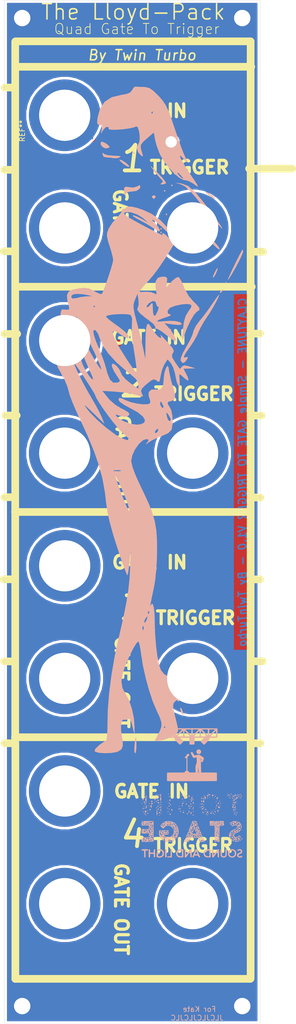
<source format=kicad_pcb>
(kicad_pcb (version 20171130) (host pcbnew "(5.1.7)-1")
  (layers (0 F.Cu signal hide) (31 B.Cu signal hide) (34 B.Paste user) (35 F.Paste user) (36 B.SilkS user) (37 F.SilkS user) (38 B.Mask user) (39 F.Mask user) (44 Edge.Cuts user))
  (net 0 "")
  (net 1 GND)
  (module AA-ROB-FULL:PannelBournTrimmer-no3d (layer F.Cu) (at 176.446 7.67032 90)
    (fp_text reference REF** (at 3.11 -27.94 270) (layer F.SilkS))
    (fp_text value "20K 3296W")
    (pad 1 thru_hole circle (at 0.955 1.15 90) (size 2.3 2.3) (drill 2.22) (layers *.Cu *.Mask))
  )
  (module MountingHole:MountingHole_3.2mm_M3_DIN965_Pad (layer F.Cu) (at 148.49492 -17.48456)
    (fp_text reference H1 hide)
    (fp_text value MountingHole_Pad)
    (pad 1 thru_hole circle (at 0 0) (size 5.6 5.6) (drill 3.2) (layers *.Cu *.Mask) (net 1 GND))
  )
  (module ROBSLIBRARY:PANEL-LMNC (layer F.Cu) (at 183.0815 150.1668)
    (fp_text reference J9 (at -1.27 2.794) (layer F.SilkS))
    (fp_text value TRIG-4)
    (pad 1 thru_hole circle (at -1.28 5.34) (size 14 14) (drill 10) (layers *.Cu *.Mask))
  )
  (module ROBSLIBRARY:PANEL-LMNC (layer F.Cu) (at 158.0815 128.1668)
    (fp_text reference J3 (at -1.27 2.794) (layer F.SilkS))
    (fp_text value Gate4in)
    (pad 1 thru_hole circle (at -1.28 5.34) (size 14 14) (drill 10) (layers *.Cu *.Mask))
  )
  (module ROBSLIBRARY:PANEL-LMNC (layer F.Cu) (at 158.0815 18.1668)
    (fp_text reference J10 (at -1.27 2.794) (layer F.SilkS))
    (fp_text value Gate-1)
    (pad 1 thru_hole circle (at -1.28 5.34) (size 14 14) (drill 10) (layers *.Cu *.Mask))
  )
  (module ROBSLIBRARY:PANEL-LMNC (layer F.Cu) (at 158.0815 -3.8332)
    (fp_text reference J2 (at -1.27 2.794) (layer F.SilkS))
    (fp_text value Gate1in)
    (pad 1 thru_hole circle (at -1.28 5.34) (size 14 14) (drill 10) (layers *.Cu *.Mask))
  )
  (module ROBSLIBRARY:PANEL-LMNC (layer F.Cu) (at 183.0815 106.1668)
    (fp_text reference J8 (at -1.27 2.794) (layer F.SilkS))
    (fp_text value TRIG-3)
    (pad 1 thru_hole circle (at -1.28 5.34) (size 14 14) (drill 10) (layers *.Cu *.Mask))
  )
  (module ROBSLIBRARY:PANEL-LMNC (layer F.Cu) (at 158.0815 40.1668)
    (fp_text reference J5 (at -1.27 2.794) (layer F.SilkS))
    (fp_text value Gate2in)
    (pad 1 thru_hole circle (at -1.28 5.34) (size 14 14) (drill 10) (layers *.Cu *.Mask))
  )
  (module ROBSLIBRARY:PANEL-LMNC (layer F.Cu) (at 158.0815 106.1668)
    (fp_text reference J12 (at 1.01798 2.794) (layer F.SilkS))
    (fp_text value Gate-3)
    (pad 1 thru_hole circle (at -1.28 5.34) (size 14 14) (drill 10) (layers *.Cu *.Mask))
  )
  (module ROBSLIBRARY:PANEL-LMNC (layer F.Cu) (at 158.0815 62.1668)
    (fp_text reference J11 (at -1.27 2.794) (layer F.SilkS))
    (fp_text value Gate-2)
    (pad 1 thru_hole circle (at -1.28 5.34) (size 14 14) (drill 10) (layers *.Cu *.Mask))
  )
  (module ROBSLIBRARY:PANEL-LMNC (layer F.Cu) (at 158.0815 84.1668)
    (fp_text reference J1 (at -1.27 2.794) (layer F.SilkS))
    (fp_text value Gate3in)
    (pad 1 thru_hole circle (at -1.28 5.34) (size 14 14) (drill 10) (layers *.Cu *.Mask))
  )
  (module ROBSLIBRARY:PANEL-LMNC (layer F.Cu) (at 183.0815 18.1668)
    (fp_text reference J7 (at -1.27 2.794) (layer F.SilkS))
    (fp_text value TRIG-1)
    (pad 1 thru_hole circle (at -1.28 5.34) (size 14 14) (drill 10) (layers *.Cu *.Mask))
  )
  (module ROBSLIBRARY:PANEL-LMNC (layer F.Cu) (at 183.0815 62.1668)
    (fp_text reference J4 (at -1.27 2.794) (layer F.SilkS))
    (fp_text value TRIG-2)
    (pad 1 thru_hole circle (at -1.28 5.34) (size 14 14) (drill 10) (layers *.Cu *.Mask))
  )
  (module ROBSLIBRARY:PANEL-LMNC (layer F.Cu) (at 158.0815 150.1668)
    (fp_text reference J13 (at -1.27 2.794) (layer F.SilkS))
    (fp_text value Gate-4)
    (pad 1 thru_hole circle (at -1.28 5.34) (size 14 14) (drill 10) (layers *.Cu *.Mask))
  )
  (module ROBSLIBRARY:TOBINLOGO (layer B.Cu) (at 181.61 133.99008 180)
    (fp_text reference G*** hide)
    (fp_text value LOGO hide)
  )
  (module ROBSLIBRARY:K6neg (layer B.Cu) (at 170.85818 61.24448 180)
    (fp_text reference G*** hide)
    (fp_text value LOGO hide)
  )
  (module MountingHole:MountingHole_3.2mm_M3_DIN965_Pad (layer F.Cu) (at 191.49492 175.51544)
    (fp_text reference H1 hide)
    (fp_text value MountingHole_Pad)
    (pad 1 thru_hole circle (at 0 0) (size 5.6 5.6) (drill 3.2) (layers *.Cu *.Mask) (net 1 GND))
  )
  (module MountingHole:MountingHole_3.2mm_M3_DIN965_Pad (layer F.Cu) (at 191.49492 -17.48456)
    (fp_text reference H1 hide)
    (fp_text value MountingHole_Pad)
    (pad 1 thru_hole circle (at 0 0) (size 5.6 5.6) (drill 3.2) (layers *.Cu *.Mask) (net 1 GND))
  )
  (module MountingHole:MountingHole_3.2mm_M3_DIN965_Pad (layer F.Cu) (at 148.49492 175.51544)
    (fp_text reference H1 hide)
    (fp_text value MountingHole_Pad)
    (pad 1 thru_hole circle (at 0 0) (size 5.6 5.6) (drill 3.2) (layers *.Cu *.Mask) (net 1 GND))
  )
  (module ROBSLIBRARY:shoebw-cu (layer F.Cu) (at 183.93918 0.80518 180)
    (fp_text reference G*** hide)
    (fp_text value LOGO hide)
  )
  (gr_line (start 147.30222 -7.96544) (end 193.24828 -7.96544) (layer F.SilkS) (width 1.5))
  (gr_text "By Twin Turbo" (at 171.92752 -10.22858) (layer F.SilkS) (effects (font (size 2 2) (thickness 0.3) italic)))
  (gr_text "GATE IN" (at 173.76648 133.57606) (layer F.SilkS) (effects (font (size 2.5 2.5) (thickness 0.625))))
  (gr_text "GATE OUT\n" (at 167.86352 156.57068 270) (layer F.SilkS) (effects (font (size 2.5 2.5) (thickness 0.625))))
  (gr_text TRIGGER (at 181.90464 144.1577) (layer F.SilkS) (effects (font (size 2.5 2.5) (thickness 0.625))))
  (gr_text TRIGGER (at 182.37962 99.69246) (layer F.SilkS) (effects (font (size 2.5 2.5) (thickness 0.625))))
  (gr_text "GATE OUT\n" (at 167.96512 112.2426 270) (layer F.SilkS) (effects (font (size 2.5 2.5) (thickness 0.625))))
  (gr_text "GATE IN" (at 173.3931 88.84666) (layer F.SilkS) (effects (font (size 2.5 2.5) (thickness 0.625))))
  (gr_text "GATE OUT\n" (at 168.1353 69.00672 270) (layer F.SilkS) (effects (font (size 2.5 2.5) (thickness 0.625))))
  (gr_text "GATE IN" (at 173.22292 44.91736) (layer F.SilkS) (effects (font (size 2.5 2.5) (thickness 0.625))))
  (gr_text TRIGGER (at 182.0418 55.94096) (layer F.SilkS) (effects (font (size 2.5 2.5) (thickness 0.625))))
  (gr_text TRIGGER (at 181.19344 11.67892) (layer F.SilkS) (effects (font (size 2.5 2.5) (thickness 0.625))))
  (gr_text "GATE OUT\n" (at 167.6273 24.90724 270) (layer F.SilkS) (effects (font (size 2.5 2.5) (thickness 0.625))))
  (gr_line (start 147.0914 123) (end 193.03746 123) (layer F.SilkS) (width 1.5))
  (gr_line (start 147.0914 79) (end 193.03746 79) (layer F.SilkS) (width 1.5))
  (gr_line (start 147.3962 35) (end 193.34226 35) (layer F.SilkS) (width 1.5))
  (gr_text "Quad Gate To Trigger" (at 170.89628 -15.3543) (layer F.SilkS) (effects (font (size 2 2))))
  (gr_text "The Lloyd-Pack" (at 170.1927 -18.67662) (layer F.SilkS) (effects (font (size 3 3) (thickness 0.3))))
  (gr_line (start 193.08572 170.19524) (end 147.14474 170.19524) (layer F.SilkS) (width 1.5))
  (gr_line (start 193.13144 170.14698) (end 193.13144 -12.88542) (layer F.SilkS) (width 1.5))
  (gr_line (start 147.13712 124.35586) (end 147.13712 -12.87272) (layer F.SilkS) (width 1.5))
  (gr_line (start 147.16252 170.21048) (end 147.16252 124.17298) (layer F.SilkS) (width 1.5))
  (gr_line (start 145.07718 124.17298) (end 147.1295 124.17298) (layer F.SilkS) (width 1.5))
  (gr_line (start 145.00098 108.18622) (end 146.83994 108.18622) (layer F.SilkS) (width 1.5))
  (gr_line (start 144.92224 92.14612) (end 146.75358 92.14612) (layer F.SilkS) (width 1.5))
  (gr_line (start 145.04162 76.11364) (end 146.50212 76.11364) (layer F.SilkS) (width 1.5))
  (gr_line (start 145.23212 60.15228) (end 147.42414 60.15228) (layer F.SilkS) (width 1.5))
  (gr_line (start 145.04162 44.2214) (end 147.5105 44.2214) (layer F.SilkS) (width 1.5))
  (gr_line (start 144.90954 28.0797) (end 147.10156 28.0797) (layer F.SilkS) (width 1.5))
  (gr_line (start 192.83426 11.93038) (end 201.26198 11.93038) (layer F.SilkS) (width 1.5))
  (gr_line (start 147.18792 -12.93368) (end 193.13398 -12.93368) (layer F.SilkS) (width 1.5))
  (gr_line (start 193.45402 76.16288) (end 195.01104 76.16288) (layer F.SilkS) (width 1.5))
  (gr_line (start 193.52514 92.16288) (end 194.95516 92.16288) (layer F.SilkS) (width 1.5))
  (gr_line (start 193.69024 108.16288) (end 195.50126 108.16288) (layer F.SilkS) (width 1.5))
  (gr_line (start 193.80708 124.17806) (end 195.02374 124.17806) (layer F.SilkS) (width 1.5))
  (gr_line (start 193.79692 60.16288) (end 195.22694 60.16288) (layer F.SilkS) (width 1.5))
  (gr_line (start 145.10512 -3.90398) (end 147.10664 -3.90398) (layer F.SilkS) (width 1.5))
  (gr_line (start 193.11874 28.16288) (end 195.54698 28.16288) (layer F.SilkS) (width 1.5))
  (gr_line (start 193.929 44.16288) (end 194.96532 44.16288) (layer F.SilkS) (width 1.5))
  (gr_line (start 145.01368 12.16288) (end 147.11934 12.16288) (layer F.SilkS) (width 1.5))
  (gr_text 2 (at 170 54) (layer F.SilkS) (effects (font (size 5 5) (thickness 0.75) italic)))
  (gr_text 3 (at 170 98) (layer F.SilkS) (effects (font (size 5 5) (thickness 0.75) italic)))
  (gr_text 4 (at 170 142) (layer F.SilkS) (effects (font (size 5 5) (thickness 0.75) italic)))
  (gr_text "GATE IN" (at 173.3931 0.65532) (layer F.SilkS) (effects (font (size 2.5 2.5) (thickness 0.625))))
  (gr_text 1 (at 170 10) (layer F.SilkS) (effects (font (size 5 5) (thickness 0.75) italic)))
  (gr_line (start 144.99492 179.01544) (end 144.99492 -20.98456) (layer Edge.Cuts) (width 0.05))
  (gr_line (start 194.99492 -20.98456) (end 144.99492 -20.98456) (layer Edge.Cuts) (width 0.05))
  (gr_line (start 194.99492 179.01544) (end 194.99492 -20.98456) (layer Edge.Cuts) (width 0.05))
  (gr_line (start 194.99492 179.01544) (end 144.99492 179.01544) (layer Edge.Cuts) (width 0.05))
  (gr_text "For Kate" (at 183.10772 176.12452) (layer B.SilkS) (effects (font (size 1 1)) (justify mirror)))
  (gr_text JLCJLCJLCJLC (at 182.65052 177.80854) (layer B.SilkS) (effects (font (size 1 1)) (justify mirror)))
  (gr_text CLAYTUNE (at 170.00982 174.36338) (layer F.Cu) (effects (font (size 3 3) (thickness 0.3) italic)))
  (gr_text "C\nH\nN\n\n3" (at 126.2888 194.04076) (layer F.Cu) (effects (font (size 1.5 1.5) (thickness 0.3))))
  (gr_text "CLAYTUNE - Simple GATE TO TRIGGER V1.0 - By TwinTurbo" (at 191.51854 71.18096 90) (layer B.Cu) (effects (font (size 1.5 1.5) (thickness 0.3) italic) (justify mirror)))
  (segment (start 162.1455 5.9847) (end 162.1455 5.8188) (width 0.45) (layer B.Cu) (net 0))
  (segment (start 162.1455 159.8188) (end 162.1455 159.0888) (width 0.45) (layer B.Cu) (net 0))
  (segment (start 151.1425 133.9628) (end 151.0965 134.0088) (width 0.25) (layer B.Cu) (net 0))
  (segment (start 151.1384 1.9669) (end 151.0965 2.0088) (width 0.25) (layer F.Cu) (net 0))
  (segment (start 167.2551 46.0088) (end 167.2822 46.0359) (width 0.25) (layer B.Cu) (net 0))
  (zone (net 1) (net_name GND) (layer B.Cu) (connect_pads yes (clearance 0.508)) (min_thickness 0.254) (fill yes (arc_segments 32) (thermal_gap 0.508) (thermal_bridge_width 0.508))
    (polygon (pts (xy 194.99834 179.0192) (xy 144.99844 179.0192) (xy 144.99844 -20.97786) (xy 145.00098 -20.97532) (xy 145.00098 -20.97786) (xy 194.99834 -20.97786)))
  )
  (zone (net 1) (net_name GND) (layer F.Cu) (connect_pads yes (clearance 0.508)) (min_thickness 0.254) (fill yes (arc_segments 32) (thermal_gap 0.508) (thermal_bridge_width 0.508))
    (polygon (pts (xy 194.89928 178.9176) (xy 145.13306 178.9176) (xy 145.17878 -20.78228) (xy 145.17878 -20.79244) (xy 194.86118 -20.79244)))
  )
)
</source>
